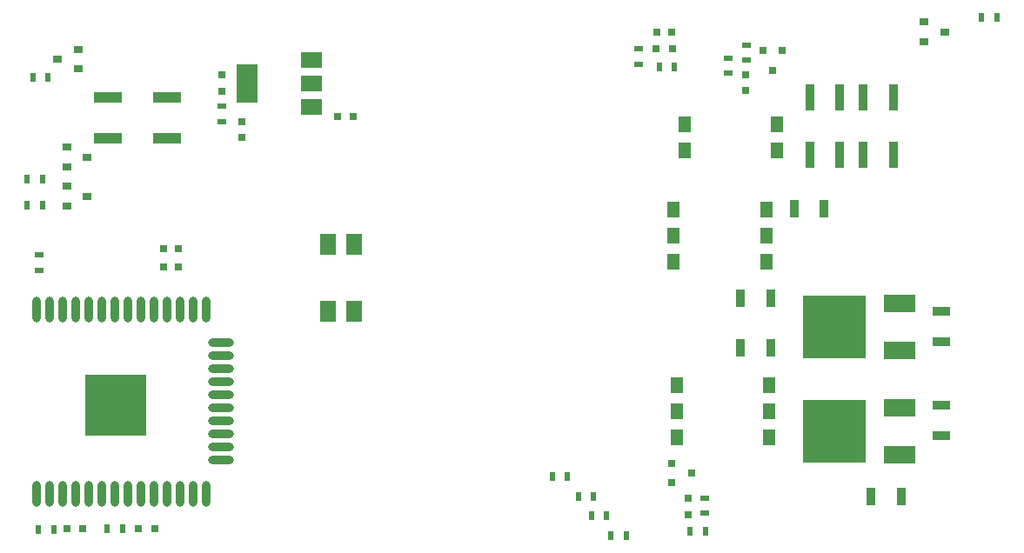
<source format=gbr>
%TF.GenerationSoftware,KiCad,Pcbnew,4.0.7*%
%TF.CreationDate,2017-11-04T19:59:08+02:00*%
%TF.ProjectId,BleTouchDimmer,426C65546F75636844696D6D65722E6B,rev?*%
%TF.FileFunction,Paste,Top*%
%FSLAX46Y46*%
G04 Gerber Fmt 4.6, Leading zero omitted, Abs format (unit mm)*
G04 Created by KiCad (PCBNEW 4.0.7) date 11/04/17 19:59:08*
%MOMM*%
%LPD*%
G01*
G04 APERTURE LIST*
%ADD10C,0.100000*%
%ADD11R,2.750000X1.000000*%
%ADD12R,0.900000X2.500000*%
%ADD13R,1.300000X1.500000*%
%ADD14R,0.800100X0.800100*%
%ADD15R,0.900000X1.700000*%
%ADD16R,1.700000X0.900000*%
%ADD17R,1.550000X2.100000*%
%ADD18R,3.048000X1.651000*%
%ADD19R,6.096000X6.096000*%
%ADD20R,0.800000X0.750000*%
%ADD21R,0.750000X0.800000*%
%ADD22R,0.800000X0.800000*%
%ADD23R,0.900000X0.800000*%
%ADD24R,0.900000X0.500000*%
%ADD25R,0.500000X0.900000*%
%ADD26R,2.000000X1.500000*%
%ADD27R,2.000000X3.800000*%
%ADD28O,0.900000X2.500000*%
%ADD29O,2.500000X0.900000*%
%ADD30R,6.000000X6.000000*%
G04 APERTURE END LIST*
D10*
D11*
X124287000Y-78200000D03*
X118537000Y-78200000D03*
X118537000Y-74200000D03*
X124287000Y-74200000D03*
D12*
X189791000Y-79756000D03*
X186891000Y-79756000D03*
X189791000Y-74168000D03*
X186891000Y-74168000D03*
X194998000Y-79756000D03*
X192098000Y-79756000D03*
X194998000Y-74168000D03*
X192098000Y-74168000D03*
D13*
X174697000Y-79375000D03*
X174697000Y-76835000D03*
X183697000Y-76835000D03*
X183697000Y-79375000D03*
D14*
X184211000Y-69611240D03*
X182311000Y-69611240D03*
X183261000Y-71610220D03*
D13*
X182626000Y-85090000D03*
X182626000Y-87630000D03*
X182626000Y-90170000D03*
X173626000Y-90170000D03*
X173626000Y-87630000D03*
X173626000Y-85090000D03*
D14*
X173395640Y-109844800D03*
X173395640Y-111744800D03*
X175394620Y-110794800D03*
D15*
X185367000Y-85026500D03*
X188267000Y-85026500D03*
X180160000Y-93726000D03*
X183060000Y-93726000D03*
X180160000Y-98552000D03*
X183060000Y-98552000D03*
X192860000Y-113030000D03*
X195760000Y-113030000D03*
D16*
X199644000Y-95070000D03*
X199644000Y-97970000D03*
X199644000Y-104214000D03*
X199644000Y-107114000D03*
D13*
X182935000Y-102235000D03*
X182935000Y-104775000D03*
X182935000Y-107315000D03*
X173935000Y-107315000D03*
X173935000Y-104775000D03*
X173935000Y-102235000D03*
D17*
X142557500Y-94996000D03*
X140017500Y-94996000D03*
X140017500Y-88496000D03*
X142557500Y-88496000D03*
D18*
X195580000Y-98806000D03*
D19*
X189230000Y-96520000D03*
D18*
X195580000Y-94234000D03*
X195580000Y-108966000D03*
D19*
X189230000Y-106680000D03*
D18*
X195580000Y-104394000D03*
D20*
X173470000Y-67818000D03*
X171970000Y-67818000D03*
X140918500Y-76073000D03*
X142418500Y-76073000D03*
D21*
X131635500Y-76593000D03*
X131635500Y-78093000D03*
D22*
X129641600Y-72021800D03*
X129641600Y-73621800D03*
D23*
X115681000Y-71435000D03*
X115681000Y-69535000D03*
X113681000Y-70485000D03*
X200009000Y-67818000D03*
X198009000Y-68768000D03*
X198009000Y-66868000D03*
X116570000Y-80010000D03*
X114570000Y-80960000D03*
X114570000Y-79060000D03*
X114570000Y-82870000D03*
X114570000Y-84770000D03*
X116570000Y-83820000D03*
D24*
X129692400Y-75094400D03*
X129692400Y-76594400D03*
D25*
X163310000Y-111125000D03*
X161810000Y-111125000D03*
X164350000Y-113030000D03*
X165850000Y-113030000D03*
X167120000Y-114935000D03*
X165620000Y-114935000D03*
X169025000Y-116840000D03*
X167525000Y-116840000D03*
X112192500Y-82169000D03*
X110692500Y-82169000D03*
X110692500Y-84709000D03*
X112192500Y-84709000D03*
X111835500Y-116268500D03*
X113335500Y-116268500D03*
D20*
X123964000Y-88900000D03*
X125464000Y-88900000D03*
X116129500Y-116205000D03*
X114629500Y-116205000D03*
X123964000Y-90678000D03*
X125464000Y-90678000D03*
D22*
X123101000Y-116205000D03*
X121501000Y-116205000D03*
X171920000Y-69469000D03*
X173520000Y-69469000D03*
X180594000Y-73571000D03*
X180594000Y-71971000D03*
X175006000Y-114820600D03*
X175006000Y-113220600D03*
D25*
X112764000Y-72263000D03*
X111264000Y-72263000D03*
X205093000Y-66421000D03*
X203593000Y-66421000D03*
D24*
X111887000Y-89547000D03*
X111887000Y-91047000D03*
D25*
X120003000Y-116205000D03*
X118503000Y-116205000D03*
D24*
X170243500Y-70981000D03*
X170243500Y-69481000D03*
D25*
X172224000Y-71247000D03*
X173724000Y-71247000D03*
D24*
X180721000Y-69100000D03*
X180721000Y-70600000D03*
X178943000Y-71870000D03*
X178943000Y-70370000D03*
D25*
X175195800Y-116484400D03*
X176695800Y-116484400D03*
D24*
X176657000Y-113219800D03*
X176657000Y-114719800D03*
D26*
X138405000Y-75134500D03*
X138405000Y-70534500D03*
X138405000Y-72834500D03*
D27*
X132105000Y-72834500D03*
D28*
X111590000Y-94840000D03*
X112860000Y-94840000D03*
X114130000Y-94840000D03*
X115400000Y-94840000D03*
X116670000Y-94840000D03*
X117940000Y-94840000D03*
X119210000Y-94840000D03*
X120480000Y-94840000D03*
X121750000Y-94840000D03*
X123020000Y-94840000D03*
X124290000Y-94840000D03*
X125560000Y-94840000D03*
X126830000Y-94840000D03*
X128100000Y-94840000D03*
D29*
X129590000Y-98125000D03*
X129590000Y-99395000D03*
X129590000Y-100665000D03*
X129590000Y-101935000D03*
X129590000Y-103205000D03*
X129590000Y-104475000D03*
X129590000Y-105745000D03*
X129590000Y-107015000D03*
X129590000Y-108285000D03*
X129590000Y-109555000D03*
D28*
X128100000Y-112840000D03*
X126830000Y-112840000D03*
X125560000Y-112840000D03*
X124290000Y-112840000D03*
X123020000Y-112840000D03*
X121750000Y-112840000D03*
X120480000Y-112840000D03*
X119210000Y-112840000D03*
X117940000Y-112840000D03*
X116670000Y-112840000D03*
X115400000Y-112840000D03*
X114130000Y-112840000D03*
X112860000Y-112840000D03*
X111590000Y-112840000D03*
D30*
X119290000Y-104140000D03*
M02*

</source>
